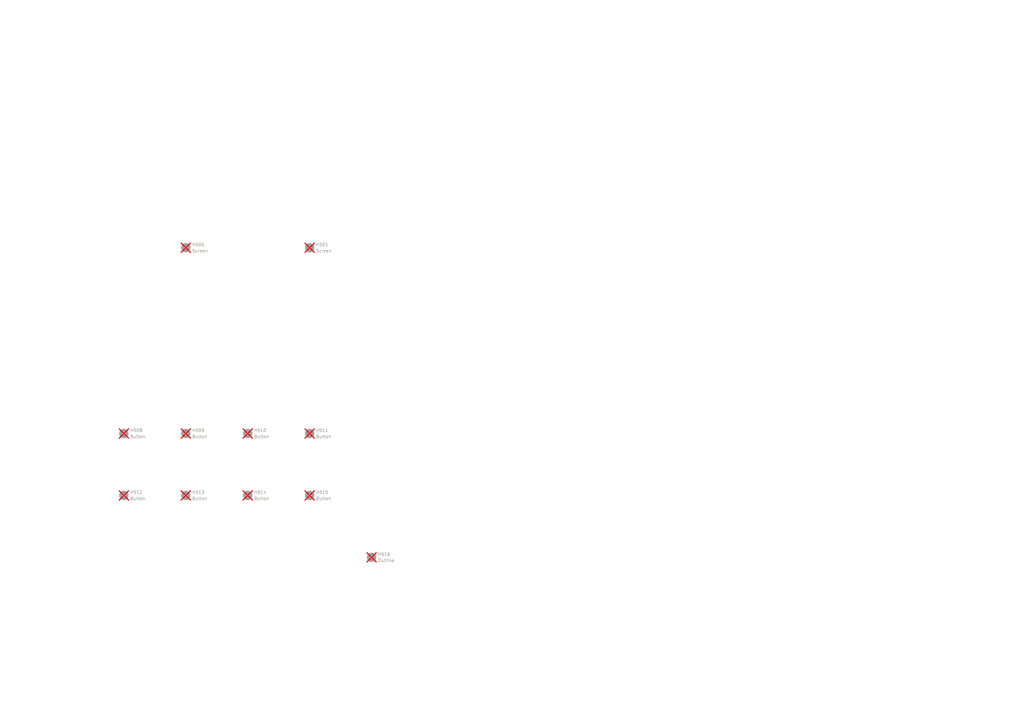
<source format=kicad_sch>
(kicad_sch (version 20231120) (generator "eeschema") (generator_version "8.0")
  (paper "A3")
  (lib_symbols
    (symbol "Mechanical:MountingHole" (pin_names (offset 1.016)) (exclude_from_sim yes) (in_bom no)
      (property "Reference" "H" (at 0 5.08 0))
      (property "Value" "MountingHole" (at 0 3.175 0))
      (symbol "MountingHole_0_1"
        (circle (center 0 0) (radius 1.27) (stroke (width 1.27)))
      )
    )
  )
  (symbol (lib_id "Mechanical:MountingHole") (at 127 203.2 0) (unit 1) (exclude_from_sim yes) (in_bom no) (dnp yes)
    (property "Reference" "H515" (at 129.54 201.9299 0) (effects (justify left)))
    (property "Value" "Button" (at 129.54 204.4699 0) (effects (justify left)))
    (property "Footprint" "suku_basics:FP_BUTTON" (effects (hide yes)))
    (property "Description" "Mounting Hole without connection" (effects (hide yes)))
  )
  (symbol (lib_id "Mechanical:MountingHole") (at 76.2 101.6 0) (unit 1) (exclude_from_sim yes) (in_bom no) (dnp yes)
    (property "Reference" "H505" (at 78.74 100.3299 0) (effects (justify left)))
    (property "Value" "Screen" (at 78.74 102.8699 0) (effects (justify left)))
    (property "Footprint" "suku_basics:FP_SCREEN" (effects (hide yes)))
    (property "Description" "Mounting Hole without connection" (effects (hide yes)))
  )
  (symbol (lib_id "Mechanical:MountingHole") (at 50.8 177.8 0) (unit 1) (exclude_from_sim yes) (in_bom no) (dnp yes)
    (property "Reference" "H508" (at 53.34 176.5299 0) (effects (justify left)))
    (property "Value" "Button" (at 53.34 179.0699 0) (effects (justify left)))
    (property "Footprint" "suku_basics:FP_BUTTON" (effects (hide yes)))
    (property "Description" "Mounting Hole without connection" (effects (hide yes)))
  )
  (symbol (lib_id "Mechanical:MountingHole") (at 76.2 177.8 0) (unit 1) (exclude_from_sim yes) (in_bom no) (dnp yes)
    (property "Reference" "H509" (at 78.74 176.5299 0) (effects (justify left)))
    (property "Value" "Button" (at 78.74 179.0699 0) (effects (justify left)))
    (property "Footprint" "suku_basics:FP_BUTTON" (effects (hide yes)))
    (property "Description" "Mounting Hole without connection" (effects (hide yes)))
  )
  (symbol (lib_id "Mechanical:MountingHole") (at 127 101.6 0) (unit 1) (exclude_from_sim yes) (in_bom no) (dnp yes)
    (property "Reference" "H501" (at 129.54 100.3299 0) (effects (justify left)))
    (property "Value" "Screen" (at 129.54 102.8699 0) (effects (justify left)))
    (property "Footprint" "suku_basics:FP_SCREEN" (effects (hide yes)))
    (property "Description" "Mounting Hole without connection" (effects (hide yes)))
  )
  (symbol (lib_id "Mechanical:MountingHole") (at 101.6 177.8 0) (unit 1) (exclude_from_sim yes) (in_bom no) (dnp yes)
    (property "Reference" "H510" (at 104.14 176.5299 0) (effects (justify left)))
    (property "Value" "Button" (at 104.14 179.0699 0) (effects (justify left)))
    (property "Footprint" "suku_basics:FP_BUTTON" (effects (hide yes)))
    (property "Description" "Mounting Hole without connection" (effects (hide yes)))
  )
  (symbol (lib_id "Mechanical:MountingHole") (at 76.2 203.2 0) (unit 1) (exclude_from_sim yes) (in_bom no) (dnp yes)
    (property "Reference" "H513" (at 78.74 201.9299 0) (effects (justify left)))
    (property "Value" "Button" (at 78.74 204.4699 0) (effects (justify left)))
    (property "Footprint" "suku_basics:FP_BUTTON" (effects (hide yes)))
    (property "Description" "Mounting Hole without connection" (effects (hide yes)))
  )
  (symbol (lib_id "Mechanical:MountingHole") (at 50.8 203.2 0) (unit 1) (exclude_from_sim yes) (in_bom no) (dnp yes)
    (property "Reference" "H512" (at 53.34 201.9299 0) (effects (justify left)))
    (property "Value" "Button" (at 53.34 204.4699 0) (effects (justify left)))
    (property "Footprint" "suku_basics:FP_BUTTON" (effects (hide yes)))
    (property "Description" "Mounting Hole without connection" (effects (hide yes)))
  )
  (symbol (lib_id "Mechanical:MountingHole") (at 152.4 228.6 0) (unit 1) (exclude_from_sim yes) (in_bom no) (dnp yes)
    (property "Reference" "H516" (at 154.94 227.3299 0) (effects (justify left)))
    (property "Value" "Outline" (at 154.94 229.8699 0) (effects (justify left)))
    (property "Footprint" "suku_basics:FP_OUTLINE" (effects (hide yes)))
    (property "Description" "Mounting Hole without connection" (effects (hide yes)))
  )
  (symbol (lib_id "Mechanical:MountingHole") (at 101.6 203.2 0) (unit 1) (exclude_from_sim yes) (in_bom no) (dnp yes)
    (property "Reference" "H514" (at 104.14 201.9299 0) (effects (justify left)))
    (property "Value" "Button" (at 104.14 204.4699 0) (effects (justify left)))
    (property "Footprint" "suku_basics:FP_BUTTON" (effects (hide yes)))
    (property "Description" "Mounting Hole without connection" (effects (hide yes)))
  )
  (symbol (lib_id "Mechanical:MountingHole") (at 127 177.8 0) (unit 1) (exclude_from_sim yes) (in_bom no) (dnp yes)
    (property "Reference" "H511" (at 129.54 176.5299 0) (effects (justify left)))
    (property "Value" "Button" (at 129.54 179.0699 0) (effects (justify left)))
    (property "Footprint" "suku_basics:FP_BUTTON" (effects (hide yes)))
    (property "Description" "Mounting Hole without connection" (effects (hide yes)))
  )
)
</source>
